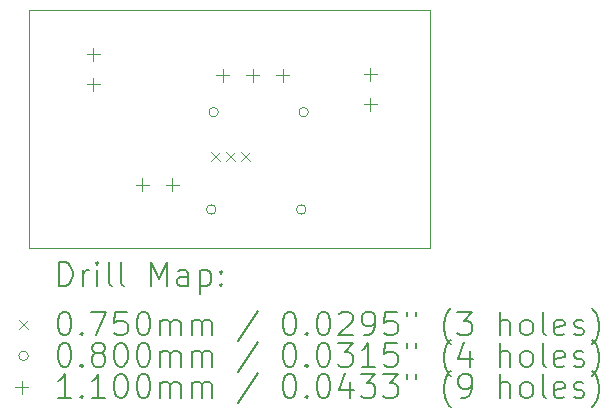
<source format=gbr>
%TF.GenerationSoftware,KiCad,Pcbnew,7.0.8+1*%
%TF.CreationDate,2024-02-21T23:20:11+01:00*%
%TF.ProjectId,MOS_SWITCH_LOAD,4d4f535f-5357-4495-9443-485f4c4f4144,rev?*%
%TF.SameCoordinates,Original*%
%TF.FileFunction,Drillmap*%
%TF.FilePolarity,Positive*%
%FSLAX45Y45*%
G04 Gerber Fmt 4.5, Leading zero omitted, Abs format (unit mm)*
G04 Created by KiCad (PCBNEW 7.0.8+1) date 2024-02-21 23:20:11*
%MOMM*%
%LPD*%
G01*
G04 APERTURE LIST*
%ADD10C,0.100000*%
%ADD11C,0.200000*%
%ADD12C,0.075000*%
%ADD13C,0.080000*%
%ADD14C,0.110000*%
G04 APERTURE END LIST*
D10*
X8535000Y-4145000D02*
X11930000Y-4145000D01*
X11930000Y-6165000D01*
X8535000Y-6165000D01*
X8535000Y-4145000D01*
D11*
D12*
X10080500Y-5346500D02*
X10155500Y-5421500D01*
X10155500Y-5346500D02*
X10080500Y-5421500D01*
X10207500Y-5346500D02*
X10282500Y-5421500D01*
X10282500Y-5346500D02*
X10207500Y-5421500D01*
X10334500Y-5346500D02*
X10409500Y-5421500D01*
X10409500Y-5346500D02*
X10334500Y-5421500D01*
D13*
X10119000Y-5835000D02*
G75*
G03*
X10119000Y-5835000I-40000J0D01*
G01*
X10139000Y-5010000D02*
G75*
G03*
X10139000Y-5010000I-40000J0D01*
G01*
X10881000Y-5835000D02*
G75*
G03*
X10881000Y-5835000I-40000J0D01*
G01*
X10901000Y-5010000D02*
G75*
G03*
X10901000Y-5010000I-40000J0D01*
G01*
D14*
X9080000Y-4466000D02*
X9080000Y-4576000D01*
X9025000Y-4521000D02*
X9135000Y-4521000D01*
X9080000Y-4720000D02*
X9080000Y-4830000D01*
X9025000Y-4775000D02*
X9135000Y-4775000D01*
X9493000Y-5570000D02*
X9493000Y-5680000D01*
X9438000Y-5625000D02*
X9548000Y-5625000D01*
X9747000Y-5570000D02*
X9747000Y-5680000D01*
X9692000Y-5625000D02*
X9802000Y-5625000D01*
X10175000Y-4645000D02*
X10175000Y-4755000D01*
X10120000Y-4700000D02*
X10230000Y-4700000D01*
X10429000Y-4645000D02*
X10429000Y-4755000D01*
X10374000Y-4700000D02*
X10484000Y-4700000D01*
X10683000Y-4645000D02*
X10683000Y-4755000D01*
X10628000Y-4700000D02*
X10738000Y-4700000D01*
X11425000Y-4636000D02*
X11425000Y-4746000D01*
X11370000Y-4691000D02*
X11480000Y-4691000D01*
X11425000Y-4890000D02*
X11425000Y-5000000D01*
X11370000Y-4945000D02*
X11480000Y-4945000D01*
D11*
X8790777Y-6481484D02*
X8790777Y-6281484D01*
X8790777Y-6281484D02*
X8838396Y-6281484D01*
X8838396Y-6281484D02*
X8866967Y-6291008D01*
X8866967Y-6291008D02*
X8886015Y-6310055D01*
X8886015Y-6310055D02*
X8895539Y-6329103D01*
X8895539Y-6329103D02*
X8905063Y-6367198D01*
X8905063Y-6367198D02*
X8905063Y-6395769D01*
X8905063Y-6395769D02*
X8895539Y-6433865D01*
X8895539Y-6433865D02*
X8886015Y-6452912D01*
X8886015Y-6452912D02*
X8866967Y-6471960D01*
X8866967Y-6471960D02*
X8838396Y-6481484D01*
X8838396Y-6481484D02*
X8790777Y-6481484D01*
X8990777Y-6481484D02*
X8990777Y-6348150D01*
X8990777Y-6386246D02*
X9000301Y-6367198D01*
X9000301Y-6367198D02*
X9009824Y-6357674D01*
X9009824Y-6357674D02*
X9028872Y-6348150D01*
X9028872Y-6348150D02*
X9047920Y-6348150D01*
X9114586Y-6481484D02*
X9114586Y-6348150D01*
X9114586Y-6281484D02*
X9105063Y-6291008D01*
X9105063Y-6291008D02*
X9114586Y-6300531D01*
X9114586Y-6300531D02*
X9124110Y-6291008D01*
X9124110Y-6291008D02*
X9114586Y-6281484D01*
X9114586Y-6281484D02*
X9114586Y-6300531D01*
X9238396Y-6481484D02*
X9219348Y-6471960D01*
X9219348Y-6471960D02*
X9209824Y-6452912D01*
X9209824Y-6452912D02*
X9209824Y-6281484D01*
X9343158Y-6481484D02*
X9324110Y-6471960D01*
X9324110Y-6471960D02*
X9314586Y-6452912D01*
X9314586Y-6452912D02*
X9314586Y-6281484D01*
X9571729Y-6481484D02*
X9571729Y-6281484D01*
X9571729Y-6281484D02*
X9638396Y-6424341D01*
X9638396Y-6424341D02*
X9705063Y-6281484D01*
X9705063Y-6281484D02*
X9705063Y-6481484D01*
X9886015Y-6481484D02*
X9886015Y-6376722D01*
X9886015Y-6376722D02*
X9876491Y-6357674D01*
X9876491Y-6357674D02*
X9857444Y-6348150D01*
X9857444Y-6348150D02*
X9819348Y-6348150D01*
X9819348Y-6348150D02*
X9800301Y-6357674D01*
X9886015Y-6471960D02*
X9866967Y-6481484D01*
X9866967Y-6481484D02*
X9819348Y-6481484D01*
X9819348Y-6481484D02*
X9800301Y-6471960D01*
X9800301Y-6471960D02*
X9790777Y-6452912D01*
X9790777Y-6452912D02*
X9790777Y-6433865D01*
X9790777Y-6433865D02*
X9800301Y-6414817D01*
X9800301Y-6414817D02*
X9819348Y-6405293D01*
X9819348Y-6405293D02*
X9866967Y-6405293D01*
X9866967Y-6405293D02*
X9886015Y-6395769D01*
X9981253Y-6348150D02*
X9981253Y-6548150D01*
X9981253Y-6357674D02*
X10000301Y-6348150D01*
X10000301Y-6348150D02*
X10038396Y-6348150D01*
X10038396Y-6348150D02*
X10057444Y-6357674D01*
X10057444Y-6357674D02*
X10066967Y-6367198D01*
X10066967Y-6367198D02*
X10076491Y-6386246D01*
X10076491Y-6386246D02*
X10076491Y-6443388D01*
X10076491Y-6443388D02*
X10066967Y-6462436D01*
X10066967Y-6462436D02*
X10057444Y-6471960D01*
X10057444Y-6471960D02*
X10038396Y-6481484D01*
X10038396Y-6481484D02*
X10000301Y-6481484D01*
X10000301Y-6481484D02*
X9981253Y-6471960D01*
X10162205Y-6462436D02*
X10171729Y-6471960D01*
X10171729Y-6471960D02*
X10162205Y-6481484D01*
X10162205Y-6481484D02*
X10152682Y-6471960D01*
X10152682Y-6471960D02*
X10162205Y-6462436D01*
X10162205Y-6462436D02*
X10162205Y-6481484D01*
X10162205Y-6357674D02*
X10171729Y-6367198D01*
X10171729Y-6367198D02*
X10162205Y-6376722D01*
X10162205Y-6376722D02*
X10152682Y-6367198D01*
X10152682Y-6367198D02*
X10162205Y-6357674D01*
X10162205Y-6357674D02*
X10162205Y-6376722D01*
D12*
X8455000Y-6772500D02*
X8530000Y-6847500D01*
X8530000Y-6772500D02*
X8455000Y-6847500D01*
D11*
X8828872Y-6701484D02*
X8847920Y-6701484D01*
X8847920Y-6701484D02*
X8866967Y-6711008D01*
X8866967Y-6711008D02*
X8876491Y-6720531D01*
X8876491Y-6720531D02*
X8886015Y-6739579D01*
X8886015Y-6739579D02*
X8895539Y-6777674D01*
X8895539Y-6777674D02*
X8895539Y-6825293D01*
X8895539Y-6825293D02*
X8886015Y-6863388D01*
X8886015Y-6863388D02*
X8876491Y-6882436D01*
X8876491Y-6882436D02*
X8866967Y-6891960D01*
X8866967Y-6891960D02*
X8847920Y-6901484D01*
X8847920Y-6901484D02*
X8828872Y-6901484D01*
X8828872Y-6901484D02*
X8809824Y-6891960D01*
X8809824Y-6891960D02*
X8800301Y-6882436D01*
X8800301Y-6882436D02*
X8790777Y-6863388D01*
X8790777Y-6863388D02*
X8781253Y-6825293D01*
X8781253Y-6825293D02*
X8781253Y-6777674D01*
X8781253Y-6777674D02*
X8790777Y-6739579D01*
X8790777Y-6739579D02*
X8800301Y-6720531D01*
X8800301Y-6720531D02*
X8809824Y-6711008D01*
X8809824Y-6711008D02*
X8828872Y-6701484D01*
X8981253Y-6882436D02*
X8990777Y-6891960D01*
X8990777Y-6891960D02*
X8981253Y-6901484D01*
X8981253Y-6901484D02*
X8971729Y-6891960D01*
X8971729Y-6891960D02*
X8981253Y-6882436D01*
X8981253Y-6882436D02*
X8981253Y-6901484D01*
X9057444Y-6701484D02*
X9190777Y-6701484D01*
X9190777Y-6701484D02*
X9105063Y-6901484D01*
X9362205Y-6701484D02*
X9266967Y-6701484D01*
X9266967Y-6701484D02*
X9257444Y-6796722D01*
X9257444Y-6796722D02*
X9266967Y-6787198D01*
X9266967Y-6787198D02*
X9286015Y-6777674D01*
X9286015Y-6777674D02*
X9333634Y-6777674D01*
X9333634Y-6777674D02*
X9352682Y-6787198D01*
X9352682Y-6787198D02*
X9362205Y-6796722D01*
X9362205Y-6796722D02*
X9371729Y-6815769D01*
X9371729Y-6815769D02*
X9371729Y-6863388D01*
X9371729Y-6863388D02*
X9362205Y-6882436D01*
X9362205Y-6882436D02*
X9352682Y-6891960D01*
X9352682Y-6891960D02*
X9333634Y-6901484D01*
X9333634Y-6901484D02*
X9286015Y-6901484D01*
X9286015Y-6901484D02*
X9266967Y-6891960D01*
X9266967Y-6891960D02*
X9257444Y-6882436D01*
X9495539Y-6701484D02*
X9514586Y-6701484D01*
X9514586Y-6701484D02*
X9533634Y-6711008D01*
X9533634Y-6711008D02*
X9543158Y-6720531D01*
X9543158Y-6720531D02*
X9552682Y-6739579D01*
X9552682Y-6739579D02*
X9562205Y-6777674D01*
X9562205Y-6777674D02*
X9562205Y-6825293D01*
X9562205Y-6825293D02*
X9552682Y-6863388D01*
X9552682Y-6863388D02*
X9543158Y-6882436D01*
X9543158Y-6882436D02*
X9533634Y-6891960D01*
X9533634Y-6891960D02*
X9514586Y-6901484D01*
X9514586Y-6901484D02*
X9495539Y-6901484D01*
X9495539Y-6901484D02*
X9476491Y-6891960D01*
X9476491Y-6891960D02*
X9466967Y-6882436D01*
X9466967Y-6882436D02*
X9457444Y-6863388D01*
X9457444Y-6863388D02*
X9447920Y-6825293D01*
X9447920Y-6825293D02*
X9447920Y-6777674D01*
X9447920Y-6777674D02*
X9457444Y-6739579D01*
X9457444Y-6739579D02*
X9466967Y-6720531D01*
X9466967Y-6720531D02*
X9476491Y-6711008D01*
X9476491Y-6711008D02*
X9495539Y-6701484D01*
X9647920Y-6901484D02*
X9647920Y-6768150D01*
X9647920Y-6787198D02*
X9657444Y-6777674D01*
X9657444Y-6777674D02*
X9676491Y-6768150D01*
X9676491Y-6768150D02*
X9705063Y-6768150D01*
X9705063Y-6768150D02*
X9724110Y-6777674D01*
X9724110Y-6777674D02*
X9733634Y-6796722D01*
X9733634Y-6796722D02*
X9733634Y-6901484D01*
X9733634Y-6796722D02*
X9743158Y-6777674D01*
X9743158Y-6777674D02*
X9762205Y-6768150D01*
X9762205Y-6768150D02*
X9790777Y-6768150D01*
X9790777Y-6768150D02*
X9809825Y-6777674D01*
X9809825Y-6777674D02*
X9819348Y-6796722D01*
X9819348Y-6796722D02*
X9819348Y-6901484D01*
X9914586Y-6901484D02*
X9914586Y-6768150D01*
X9914586Y-6787198D02*
X9924110Y-6777674D01*
X9924110Y-6777674D02*
X9943158Y-6768150D01*
X9943158Y-6768150D02*
X9971729Y-6768150D01*
X9971729Y-6768150D02*
X9990777Y-6777674D01*
X9990777Y-6777674D02*
X10000301Y-6796722D01*
X10000301Y-6796722D02*
X10000301Y-6901484D01*
X10000301Y-6796722D02*
X10009825Y-6777674D01*
X10009825Y-6777674D02*
X10028872Y-6768150D01*
X10028872Y-6768150D02*
X10057444Y-6768150D01*
X10057444Y-6768150D02*
X10076491Y-6777674D01*
X10076491Y-6777674D02*
X10086015Y-6796722D01*
X10086015Y-6796722D02*
X10086015Y-6901484D01*
X10476491Y-6691960D02*
X10305063Y-6949103D01*
X10733634Y-6701484D02*
X10752682Y-6701484D01*
X10752682Y-6701484D02*
X10771729Y-6711008D01*
X10771729Y-6711008D02*
X10781253Y-6720531D01*
X10781253Y-6720531D02*
X10790777Y-6739579D01*
X10790777Y-6739579D02*
X10800301Y-6777674D01*
X10800301Y-6777674D02*
X10800301Y-6825293D01*
X10800301Y-6825293D02*
X10790777Y-6863388D01*
X10790777Y-6863388D02*
X10781253Y-6882436D01*
X10781253Y-6882436D02*
X10771729Y-6891960D01*
X10771729Y-6891960D02*
X10752682Y-6901484D01*
X10752682Y-6901484D02*
X10733634Y-6901484D01*
X10733634Y-6901484D02*
X10714587Y-6891960D01*
X10714587Y-6891960D02*
X10705063Y-6882436D01*
X10705063Y-6882436D02*
X10695539Y-6863388D01*
X10695539Y-6863388D02*
X10686015Y-6825293D01*
X10686015Y-6825293D02*
X10686015Y-6777674D01*
X10686015Y-6777674D02*
X10695539Y-6739579D01*
X10695539Y-6739579D02*
X10705063Y-6720531D01*
X10705063Y-6720531D02*
X10714587Y-6711008D01*
X10714587Y-6711008D02*
X10733634Y-6701484D01*
X10886015Y-6882436D02*
X10895539Y-6891960D01*
X10895539Y-6891960D02*
X10886015Y-6901484D01*
X10886015Y-6901484D02*
X10876491Y-6891960D01*
X10876491Y-6891960D02*
X10886015Y-6882436D01*
X10886015Y-6882436D02*
X10886015Y-6901484D01*
X11019348Y-6701484D02*
X11038396Y-6701484D01*
X11038396Y-6701484D02*
X11057444Y-6711008D01*
X11057444Y-6711008D02*
X11066968Y-6720531D01*
X11066968Y-6720531D02*
X11076491Y-6739579D01*
X11076491Y-6739579D02*
X11086015Y-6777674D01*
X11086015Y-6777674D02*
X11086015Y-6825293D01*
X11086015Y-6825293D02*
X11076491Y-6863388D01*
X11076491Y-6863388D02*
X11066968Y-6882436D01*
X11066968Y-6882436D02*
X11057444Y-6891960D01*
X11057444Y-6891960D02*
X11038396Y-6901484D01*
X11038396Y-6901484D02*
X11019348Y-6901484D01*
X11019348Y-6901484D02*
X11000301Y-6891960D01*
X11000301Y-6891960D02*
X10990777Y-6882436D01*
X10990777Y-6882436D02*
X10981253Y-6863388D01*
X10981253Y-6863388D02*
X10971729Y-6825293D01*
X10971729Y-6825293D02*
X10971729Y-6777674D01*
X10971729Y-6777674D02*
X10981253Y-6739579D01*
X10981253Y-6739579D02*
X10990777Y-6720531D01*
X10990777Y-6720531D02*
X11000301Y-6711008D01*
X11000301Y-6711008D02*
X11019348Y-6701484D01*
X11162206Y-6720531D02*
X11171729Y-6711008D01*
X11171729Y-6711008D02*
X11190777Y-6701484D01*
X11190777Y-6701484D02*
X11238396Y-6701484D01*
X11238396Y-6701484D02*
X11257444Y-6711008D01*
X11257444Y-6711008D02*
X11266967Y-6720531D01*
X11266967Y-6720531D02*
X11276491Y-6739579D01*
X11276491Y-6739579D02*
X11276491Y-6758627D01*
X11276491Y-6758627D02*
X11266967Y-6787198D01*
X11266967Y-6787198D02*
X11152682Y-6901484D01*
X11152682Y-6901484D02*
X11276491Y-6901484D01*
X11371729Y-6901484D02*
X11409825Y-6901484D01*
X11409825Y-6901484D02*
X11428872Y-6891960D01*
X11428872Y-6891960D02*
X11438396Y-6882436D01*
X11438396Y-6882436D02*
X11457444Y-6853865D01*
X11457444Y-6853865D02*
X11466967Y-6815769D01*
X11466967Y-6815769D02*
X11466967Y-6739579D01*
X11466967Y-6739579D02*
X11457444Y-6720531D01*
X11457444Y-6720531D02*
X11447920Y-6711008D01*
X11447920Y-6711008D02*
X11428872Y-6701484D01*
X11428872Y-6701484D02*
X11390777Y-6701484D01*
X11390777Y-6701484D02*
X11371729Y-6711008D01*
X11371729Y-6711008D02*
X11362206Y-6720531D01*
X11362206Y-6720531D02*
X11352682Y-6739579D01*
X11352682Y-6739579D02*
X11352682Y-6787198D01*
X11352682Y-6787198D02*
X11362206Y-6806246D01*
X11362206Y-6806246D02*
X11371729Y-6815769D01*
X11371729Y-6815769D02*
X11390777Y-6825293D01*
X11390777Y-6825293D02*
X11428872Y-6825293D01*
X11428872Y-6825293D02*
X11447920Y-6815769D01*
X11447920Y-6815769D02*
X11457444Y-6806246D01*
X11457444Y-6806246D02*
X11466967Y-6787198D01*
X11647920Y-6701484D02*
X11552682Y-6701484D01*
X11552682Y-6701484D02*
X11543158Y-6796722D01*
X11543158Y-6796722D02*
X11552682Y-6787198D01*
X11552682Y-6787198D02*
X11571729Y-6777674D01*
X11571729Y-6777674D02*
X11619348Y-6777674D01*
X11619348Y-6777674D02*
X11638396Y-6787198D01*
X11638396Y-6787198D02*
X11647920Y-6796722D01*
X11647920Y-6796722D02*
X11657444Y-6815769D01*
X11657444Y-6815769D02*
X11657444Y-6863388D01*
X11657444Y-6863388D02*
X11647920Y-6882436D01*
X11647920Y-6882436D02*
X11638396Y-6891960D01*
X11638396Y-6891960D02*
X11619348Y-6901484D01*
X11619348Y-6901484D02*
X11571729Y-6901484D01*
X11571729Y-6901484D02*
X11552682Y-6891960D01*
X11552682Y-6891960D02*
X11543158Y-6882436D01*
X11733634Y-6701484D02*
X11733634Y-6739579D01*
X11809825Y-6701484D02*
X11809825Y-6739579D01*
X12105063Y-6977674D02*
X12095539Y-6968150D01*
X12095539Y-6968150D02*
X12076491Y-6939579D01*
X12076491Y-6939579D02*
X12066968Y-6920531D01*
X12066968Y-6920531D02*
X12057444Y-6891960D01*
X12057444Y-6891960D02*
X12047920Y-6844341D01*
X12047920Y-6844341D02*
X12047920Y-6806246D01*
X12047920Y-6806246D02*
X12057444Y-6758627D01*
X12057444Y-6758627D02*
X12066968Y-6730055D01*
X12066968Y-6730055D02*
X12076491Y-6711008D01*
X12076491Y-6711008D02*
X12095539Y-6682436D01*
X12095539Y-6682436D02*
X12105063Y-6672912D01*
X12162206Y-6701484D02*
X12286015Y-6701484D01*
X12286015Y-6701484D02*
X12219348Y-6777674D01*
X12219348Y-6777674D02*
X12247920Y-6777674D01*
X12247920Y-6777674D02*
X12266968Y-6787198D01*
X12266968Y-6787198D02*
X12276491Y-6796722D01*
X12276491Y-6796722D02*
X12286015Y-6815769D01*
X12286015Y-6815769D02*
X12286015Y-6863388D01*
X12286015Y-6863388D02*
X12276491Y-6882436D01*
X12276491Y-6882436D02*
X12266968Y-6891960D01*
X12266968Y-6891960D02*
X12247920Y-6901484D01*
X12247920Y-6901484D02*
X12190777Y-6901484D01*
X12190777Y-6901484D02*
X12171729Y-6891960D01*
X12171729Y-6891960D02*
X12162206Y-6882436D01*
X12524110Y-6901484D02*
X12524110Y-6701484D01*
X12609825Y-6901484D02*
X12609825Y-6796722D01*
X12609825Y-6796722D02*
X12600301Y-6777674D01*
X12600301Y-6777674D02*
X12581253Y-6768150D01*
X12581253Y-6768150D02*
X12552682Y-6768150D01*
X12552682Y-6768150D02*
X12533634Y-6777674D01*
X12533634Y-6777674D02*
X12524110Y-6787198D01*
X12733634Y-6901484D02*
X12714587Y-6891960D01*
X12714587Y-6891960D02*
X12705063Y-6882436D01*
X12705063Y-6882436D02*
X12695539Y-6863388D01*
X12695539Y-6863388D02*
X12695539Y-6806246D01*
X12695539Y-6806246D02*
X12705063Y-6787198D01*
X12705063Y-6787198D02*
X12714587Y-6777674D01*
X12714587Y-6777674D02*
X12733634Y-6768150D01*
X12733634Y-6768150D02*
X12762206Y-6768150D01*
X12762206Y-6768150D02*
X12781253Y-6777674D01*
X12781253Y-6777674D02*
X12790777Y-6787198D01*
X12790777Y-6787198D02*
X12800301Y-6806246D01*
X12800301Y-6806246D02*
X12800301Y-6863388D01*
X12800301Y-6863388D02*
X12790777Y-6882436D01*
X12790777Y-6882436D02*
X12781253Y-6891960D01*
X12781253Y-6891960D02*
X12762206Y-6901484D01*
X12762206Y-6901484D02*
X12733634Y-6901484D01*
X12914587Y-6901484D02*
X12895539Y-6891960D01*
X12895539Y-6891960D02*
X12886015Y-6872912D01*
X12886015Y-6872912D02*
X12886015Y-6701484D01*
X13066968Y-6891960D02*
X13047920Y-6901484D01*
X13047920Y-6901484D02*
X13009825Y-6901484D01*
X13009825Y-6901484D02*
X12990777Y-6891960D01*
X12990777Y-6891960D02*
X12981253Y-6872912D01*
X12981253Y-6872912D02*
X12981253Y-6796722D01*
X12981253Y-6796722D02*
X12990777Y-6777674D01*
X12990777Y-6777674D02*
X13009825Y-6768150D01*
X13009825Y-6768150D02*
X13047920Y-6768150D01*
X13047920Y-6768150D02*
X13066968Y-6777674D01*
X13066968Y-6777674D02*
X13076491Y-6796722D01*
X13076491Y-6796722D02*
X13076491Y-6815769D01*
X13076491Y-6815769D02*
X12981253Y-6834817D01*
X13152682Y-6891960D02*
X13171730Y-6901484D01*
X13171730Y-6901484D02*
X13209825Y-6901484D01*
X13209825Y-6901484D02*
X13228872Y-6891960D01*
X13228872Y-6891960D02*
X13238396Y-6872912D01*
X13238396Y-6872912D02*
X13238396Y-6863388D01*
X13238396Y-6863388D02*
X13228872Y-6844341D01*
X13228872Y-6844341D02*
X13209825Y-6834817D01*
X13209825Y-6834817D02*
X13181253Y-6834817D01*
X13181253Y-6834817D02*
X13162206Y-6825293D01*
X13162206Y-6825293D02*
X13152682Y-6806246D01*
X13152682Y-6806246D02*
X13152682Y-6796722D01*
X13152682Y-6796722D02*
X13162206Y-6777674D01*
X13162206Y-6777674D02*
X13181253Y-6768150D01*
X13181253Y-6768150D02*
X13209825Y-6768150D01*
X13209825Y-6768150D02*
X13228872Y-6777674D01*
X13305063Y-6977674D02*
X13314587Y-6968150D01*
X13314587Y-6968150D02*
X13333634Y-6939579D01*
X13333634Y-6939579D02*
X13343158Y-6920531D01*
X13343158Y-6920531D02*
X13352682Y-6891960D01*
X13352682Y-6891960D02*
X13362206Y-6844341D01*
X13362206Y-6844341D02*
X13362206Y-6806246D01*
X13362206Y-6806246D02*
X13352682Y-6758627D01*
X13352682Y-6758627D02*
X13343158Y-6730055D01*
X13343158Y-6730055D02*
X13333634Y-6711008D01*
X13333634Y-6711008D02*
X13314587Y-6682436D01*
X13314587Y-6682436D02*
X13305063Y-6672912D01*
D13*
X8530000Y-7074000D02*
G75*
G03*
X8530000Y-7074000I-40000J0D01*
G01*
D11*
X8828872Y-6965484D02*
X8847920Y-6965484D01*
X8847920Y-6965484D02*
X8866967Y-6975008D01*
X8866967Y-6975008D02*
X8876491Y-6984531D01*
X8876491Y-6984531D02*
X8886015Y-7003579D01*
X8886015Y-7003579D02*
X8895539Y-7041674D01*
X8895539Y-7041674D02*
X8895539Y-7089293D01*
X8895539Y-7089293D02*
X8886015Y-7127388D01*
X8886015Y-7127388D02*
X8876491Y-7146436D01*
X8876491Y-7146436D02*
X8866967Y-7155960D01*
X8866967Y-7155960D02*
X8847920Y-7165484D01*
X8847920Y-7165484D02*
X8828872Y-7165484D01*
X8828872Y-7165484D02*
X8809824Y-7155960D01*
X8809824Y-7155960D02*
X8800301Y-7146436D01*
X8800301Y-7146436D02*
X8790777Y-7127388D01*
X8790777Y-7127388D02*
X8781253Y-7089293D01*
X8781253Y-7089293D02*
X8781253Y-7041674D01*
X8781253Y-7041674D02*
X8790777Y-7003579D01*
X8790777Y-7003579D02*
X8800301Y-6984531D01*
X8800301Y-6984531D02*
X8809824Y-6975008D01*
X8809824Y-6975008D02*
X8828872Y-6965484D01*
X8981253Y-7146436D02*
X8990777Y-7155960D01*
X8990777Y-7155960D02*
X8981253Y-7165484D01*
X8981253Y-7165484D02*
X8971729Y-7155960D01*
X8971729Y-7155960D02*
X8981253Y-7146436D01*
X8981253Y-7146436D02*
X8981253Y-7165484D01*
X9105063Y-7051198D02*
X9086015Y-7041674D01*
X9086015Y-7041674D02*
X9076491Y-7032150D01*
X9076491Y-7032150D02*
X9066967Y-7013103D01*
X9066967Y-7013103D02*
X9066967Y-7003579D01*
X9066967Y-7003579D02*
X9076491Y-6984531D01*
X9076491Y-6984531D02*
X9086015Y-6975008D01*
X9086015Y-6975008D02*
X9105063Y-6965484D01*
X9105063Y-6965484D02*
X9143158Y-6965484D01*
X9143158Y-6965484D02*
X9162205Y-6975008D01*
X9162205Y-6975008D02*
X9171729Y-6984531D01*
X9171729Y-6984531D02*
X9181253Y-7003579D01*
X9181253Y-7003579D02*
X9181253Y-7013103D01*
X9181253Y-7013103D02*
X9171729Y-7032150D01*
X9171729Y-7032150D02*
X9162205Y-7041674D01*
X9162205Y-7041674D02*
X9143158Y-7051198D01*
X9143158Y-7051198D02*
X9105063Y-7051198D01*
X9105063Y-7051198D02*
X9086015Y-7060722D01*
X9086015Y-7060722D02*
X9076491Y-7070246D01*
X9076491Y-7070246D02*
X9066967Y-7089293D01*
X9066967Y-7089293D02*
X9066967Y-7127388D01*
X9066967Y-7127388D02*
X9076491Y-7146436D01*
X9076491Y-7146436D02*
X9086015Y-7155960D01*
X9086015Y-7155960D02*
X9105063Y-7165484D01*
X9105063Y-7165484D02*
X9143158Y-7165484D01*
X9143158Y-7165484D02*
X9162205Y-7155960D01*
X9162205Y-7155960D02*
X9171729Y-7146436D01*
X9171729Y-7146436D02*
X9181253Y-7127388D01*
X9181253Y-7127388D02*
X9181253Y-7089293D01*
X9181253Y-7089293D02*
X9171729Y-7070246D01*
X9171729Y-7070246D02*
X9162205Y-7060722D01*
X9162205Y-7060722D02*
X9143158Y-7051198D01*
X9305063Y-6965484D02*
X9324110Y-6965484D01*
X9324110Y-6965484D02*
X9343158Y-6975008D01*
X9343158Y-6975008D02*
X9352682Y-6984531D01*
X9352682Y-6984531D02*
X9362205Y-7003579D01*
X9362205Y-7003579D02*
X9371729Y-7041674D01*
X9371729Y-7041674D02*
X9371729Y-7089293D01*
X9371729Y-7089293D02*
X9362205Y-7127388D01*
X9362205Y-7127388D02*
X9352682Y-7146436D01*
X9352682Y-7146436D02*
X9343158Y-7155960D01*
X9343158Y-7155960D02*
X9324110Y-7165484D01*
X9324110Y-7165484D02*
X9305063Y-7165484D01*
X9305063Y-7165484D02*
X9286015Y-7155960D01*
X9286015Y-7155960D02*
X9276491Y-7146436D01*
X9276491Y-7146436D02*
X9266967Y-7127388D01*
X9266967Y-7127388D02*
X9257444Y-7089293D01*
X9257444Y-7089293D02*
X9257444Y-7041674D01*
X9257444Y-7041674D02*
X9266967Y-7003579D01*
X9266967Y-7003579D02*
X9276491Y-6984531D01*
X9276491Y-6984531D02*
X9286015Y-6975008D01*
X9286015Y-6975008D02*
X9305063Y-6965484D01*
X9495539Y-6965484D02*
X9514586Y-6965484D01*
X9514586Y-6965484D02*
X9533634Y-6975008D01*
X9533634Y-6975008D02*
X9543158Y-6984531D01*
X9543158Y-6984531D02*
X9552682Y-7003579D01*
X9552682Y-7003579D02*
X9562205Y-7041674D01*
X9562205Y-7041674D02*
X9562205Y-7089293D01*
X9562205Y-7089293D02*
X9552682Y-7127388D01*
X9552682Y-7127388D02*
X9543158Y-7146436D01*
X9543158Y-7146436D02*
X9533634Y-7155960D01*
X9533634Y-7155960D02*
X9514586Y-7165484D01*
X9514586Y-7165484D02*
X9495539Y-7165484D01*
X9495539Y-7165484D02*
X9476491Y-7155960D01*
X9476491Y-7155960D02*
X9466967Y-7146436D01*
X9466967Y-7146436D02*
X9457444Y-7127388D01*
X9457444Y-7127388D02*
X9447920Y-7089293D01*
X9447920Y-7089293D02*
X9447920Y-7041674D01*
X9447920Y-7041674D02*
X9457444Y-7003579D01*
X9457444Y-7003579D02*
X9466967Y-6984531D01*
X9466967Y-6984531D02*
X9476491Y-6975008D01*
X9476491Y-6975008D02*
X9495539Y-6965484D01*
X9647920Y-7165484D02*
X9647920Y-7032150D01*
X9647920Y-7051198D02*
X9657444Y-7041674D01*
X9657444Y-7041674D02*
X9676491Y-7032150D01*
X9676491Y-7032150D02*
X9705063Y-7032150D01*
X9705063Y-7032150D02*
X9724110Y-7041674D01*
X9724110Y-7041674D02*
X9733634Y-7060722D01*
X9733634Y-7060722D02*
X9733634Y-7165484D01*
X9733634Y-7060722D02*
X9743158Y-7041674D01*
X9743158Y-7041674D02*
X9762205Y-7032150D01*
X9762205Y-7032150D02*
X9790777Y-7032150D01*
X9790777Y-7032150D02*
X9809825Y-7041674D01*
X9809825Y-7041674D02*
X9819348Y-7060722D01*
X9819348Y-7060722D02*
X9819348Y-7165484D01*
X9914586Y-7165484D02*
X9914586Y-7032150D01*
X9914586Y-7051198D02*
X9924110Y-7041674D01*
X9924110Y-7041674D02*
X9943158Y-7032150D01*
X9943158Y-7032150D02*
X9971729Y-7032150D01*
X9971729Y-7032150D02*
X9990777Y-7041674D01*
X9990777Y-7041674D02*
X10000301Y-7060722D01*
X10000301Y-7060722D02*
X10000301Y-7165484D01*
X10000301Y-7060722D02*
X10009825Y-7041674D01*
X10009825Y-7041674D02*
X10028872Y-7032150D01*
X10028872Y-7032150D02*
X10057444Y-7032150D01*
X10057444Y-7032150D02*
X10076491Y-7041674D01*
X10076491Y-7041674D02*
X10086015Y-7060722D01*
X10086015Y-7060722D02*
X10086015Y-7165484D01*
X10476491Y-6955960D02*
X10305063Y-7213103D01*
X10733634Y-6965484D02*
X10752682Y-6965484D01*
X10752682Y-6965484D02*
X10771729Y-6975008D01*
X10771729Y-6975008D02*
X10781253Y-6984531D01*
X10781253Y-6984531D02*
X10790777Y-7003579D01*
X10790777Y-7003579D02*
X10800301Y-7041674D01*
X10800301Y-7041674D02*
X10800301Y-7089293D01*
X10800301Y-7089293D02*
X10790777Y-7127388D01*
X10790777Y-7127388D02*
X10781253Y-7146436D01*
X10781253Y-7146436D02*
X10771729Y-7155960D01*
X10771729Y-7155960D02*
X10752682Y-7165484D01*
X10752682Y-7165484D02*
X10733634Y-7165484D01*
X10733634Y-7165484D02*
X10714587Y-7155960D01*
X10714587Y-7155960D02*
X10705063Y-7146436D01*
X10705063Y-7146436D02*
X10695539Y-7127388D01*
X10695539Y-7127388D02*
X10686015Y-7089293D01*
X10686015Y-7089293D02*
X10686015Y-7041674D01*
X10686015Y-7041674D02*
X10695539Y-7003579D01*
X10695539Y-7003579D02*
X10705063Y-6984531D01*
X10705063Y-6984531D02*
X10714587Y-6975008D01*
X10714587Y-6975008D02*
X10733634Y-6965484D01*
X10886015Y-7146436D02*
X10895539Y-7155960D01*
X10895539Y-7155960D02*
X10886015Y-7165484D01*
X10886015Y-7165484D02*
X10876491Y-7155960D01*
X10876491Y-7155960D02*
X10886015Y-7146436D01*
X10886015Y-7146436D02*
X10886015Y-7165484D01*
X11019348Y-6965484D02*
X11038396Y-6965484D01*
X11038396Y-6965484D02*
X11057444Y-6975008D01*
X11057444Y-6975008D02*
X11066968Y-6984531D01*
X11066968Y-6984531D02*
X11076491Y-7003579D01*
X11076491Y-7003579D02*
X11086015Y-7041674D01*
X11086015Y-7041674D02*
X11086015Y-7089293D01*
X11086015Y-7089293D02*
X11076491Y-7127388D01*
X11076491Y-7127388D02*
X11066968Y-7146436D01*
X11066968Y-7146436D02*
X11057444Y-7155960D01*
X11057444Y-7155960D02*
X11038396Y-7165484D01*
X11038396Y-7165484D02*
X11019348Y-7165484D01*
X11019348Y-7165484D02*
X11000301Y-7155960D01*
X11000301Y-7155960D02*
X10990777Y-7146436D01*
X10990777Y-7146436D02*
X10981253Y-7127388D01*
X10981253Y-7127388D02*
X10971729Y-7089293D01*
X10971729Y-7089293D02*
X10971729Y-7041674D01*
X10971729Y-7041674D02*
X10981253Y-7003579D01*
X10981253Y-7003579D02*
X10990777Y-6984531D01*
X10990777Y-6984531D02*
X11000301Y-6975008D01*
X11000301Y-6975008D02*
X11019348Y-6965484D01*
X11152682Y-6965484D02*
X11276491Y-6965484D01*
X11276491Y-6965484D02*
X11209825Y-7041674D01*
X11209825Y-7041674D02*
X11238396Y-7041674D01*
X11238396Y-7041674D02*
X11257444Y-7051198D01*
X11257444Y-7051198D02*
X11266967Y-7060722D01*
X11266967Y-7060722D02*
X11276491Y-7079769D01*
X11276491Y-7079769D02*
X11276491Y-7127388D01*
X11276491Y-7127388D02*
X11266967Y-7146436D01*
X11266967Y-7146436D02*
X11257444Y-7155960D01*
X11257444Y-7155960D02*
X11238396Y-7165484D01*
X11238396Y-7165484D02*
X11181253Y-7165484D01*
X11181253Y-7165484D02*
X11162206Y-7155960D01*
X11162206Y-7155960D02*
X11152682Y-7146436D01*
X11466967Y-7165484D02*
X11352682Y-7165484D01*
X11409825Y-7165484D02*
X11409825Y-6965484D01*
X11409825Y-6965484D02*
X11390777Y-6994055D01*
X11390777Y-6994055D02*
X11371729Y-7013103D01*
X11371729Y-7013103D02*
X11352682Y-7022627D01*
X11647920Y-6965484D02*
X11552682Y-6965484D01*
X11552682Y-6965484D02*
X11543158Y-7060722D01*
X11543158Y-7060722D02*
X11552682Y-7051198D01*
X11552682Y-7051198D02*
X11571729Y-7041674D01*
X11571729Y-7041674D02*
X11619348Y-7041674D01*
X11619348Y-7041674D02*
X11638396Y-7051198D01*
X11638396Y-7051198D02*
X11647920Y-7060722D01*
X11647920Y-7060722D02*
X11657444Y-7079769D01*
X11657444Y-7079769D02*
X11657444Y-7127388D01*
X11657444Y-7127388D02*
X11647920Y-7146436D01*
X11647920Y-7146436D02*
X11638396Y-7155960D01*
X11638396Y-7155960D02*
X11619348Y-7165484D01*
X11619348Y-7165484D02*
X11571729Y-7165484D01*
X11571729Y-7165484D02*
X11552682Y-7155960D01*
X11552682Y-7155960D02*
X11543158Y-7146436D01*
X11733634Y-6965484D02*
X11733634Y-7003579D01*
X11809825Y-6965484D02*
X11809825Y-7003579D01*
X12105063Y-7241674D02*
X12095539Y-7232150D01*
X12095539Y-7232150D02*
X12076491Y-7203579D01*
X12076491Y-7203579D02*
X12066968Y-7184531D01*
X12066968Y-7184531D02*
X12057444Y-7155960D01*
X12057444Y-7155960D02*
X12047920Y-7108341D01*
X12047920Y-7108341D02*
X12047920Y-7070246D01*
X12047920Y-7070246D02*
X12057444Y-7022627D01*
X12057444Y-7022627D02*
X12066968Y-6994055D01*
X12066968Y-6994055D02*
X12076491Y-6975008D01*
X12076491Y-6975008D02*
X12095539Y-6946436D01*
X12095539Y-6946436D02*
X12105063Y-6936912D01*
X12266968Y-7032150D02*
X12266968Y-7165484D01*
X12219348Y-6955960D02*
X12171729Y-7098817D01*
X12171729Y-7098817D02*
X12295539Y-7098817D01*
X12524110Y-7165484D02*
X12524110Y-6965484D01*
X12609825Y-7165484D02*
X12609825Y-7060722D01*
X12609825Y-7060722D02*
X12600301Y-7041674D01*
X12600301Y-7041674D02*
X12581253Y-7032150D01*
X12581253Y-7032150D02*
X12552682Y-7032150D01*
X12552682Y-7032150D02*
X12533634Y-7041674D01*
X12533634Y-7041674D02*
X12524110Y-7051198D01*
X12733634Y-7165484D02*
X12714587Y-7155960D01*
X12714587Y-7155960D02*
X12705063Y-7146436D01*
X12705063Y-7146436D02*
X12695539Y-7127388D01*
X12695539Y-7127388D02*
X12695539Y-7070246D01*
X12695539Y-7070246D02*
X12705063Y-7051198D01*
X12705063Y-7051198D02*
X12714587Y-7041674D01*
X12714587Y-7041674D02*
X12733634Y-7032150D01*
X12733634Y-7032150D02*
X12762206Y-7032150D01*
X12762206Y-7032150D02*
X12781253Y-7041674D01*
X12781253Y-7041674D02*
X12790777Y-7051198D01*
X12790777Y-7051198D02*
X12800301Y-7070246D01*
X12800301Y-7070246D02*
X12800301Y-7127388D01*
X12800301Y-7127388D02*
X12790777Y-7146436D01*
X12790777Y-7146436D02*
X12781253Y-7155960D01*
X12781253Y-7155960D02*
X12762206Y-7165484D01*
X12762206Y-7165484D02*
X12733634Y-7165484D01*
X12914587Y-7165484D02*
X12895539Y-7155960D01*
X12895539Y-7155960D02*
X12886015Y-7136912D01*
X12886015Y-7136912D02*
X12886015Y-6965484D01*
X13066968Y-7155960D02*
X13047920Y-7165484D01*
X13047920Y-7165484D02*
X13009825Y-7165484D01*
X13009825Y-7165484D02*
X12990777Y-7155960D01*
X12990777Y-7155960D02*
X12981253Y-7136912D01*
X12981253Y-7136912D02*
X12981253Y-7060722D01*
X12981253Y-7060722D02*
X12990777Y-7041674D01*
X12990777Y-7041674D02*
X13009825Y-7032150D01*
X13009825Y-7032150D02*
X13047920Y-7032150D01*
X13047920Y-7032150D02*
X13066968Y-7041674D01*
X13066968Y-7041674D02*
X13076491Y-7060722D01*
X13076491Y-7060722D02*
X13076491Y-7079769D01*
X13076491Y-7079769D02*
X12981253Y-7098817D01*
X13152682Y-7155960D02*
X13171730Y-7165484D01*
X13171730Y-7165484D02*
X13209825Y-7165484D01*
X13209825Y-7165484D02*
X13228872Y-7155960D01*
X13228872Y-7155960D02*
X13238396Y-7136912D01*
X13238396Y-7136912D02*
X13238396Y-7127388D01*
X13238396Y-7127388D02*
X13228872Y-7108341D01*
X13228872Y-7108341D02*
X13209825Y-7098817D01*
X13209825Y-7098817D02*
X13181253Y-7098817D01*
X13181253Y-7098817D02*
X13162206Y-7089293D01*
X13162206Y-7089293D02*
X13152682Y-7070246D01*
X13152682Y-7070246D02*
X13152682Y-7060722D01*
X13152682Y-7060722D02*
X13162206Y-7041674D01*
X13162206Y-7041674D02*
X13181253Y-7032150D01*
X13181253Y-7032150D02*
X13209825Y-7032150D01*
X13209825Y-7032150D02*
X13228872Y-7041674D01*
X13305063Y-7241674D02*
X13314587Y-7232150D01*
X13314587Y-7232150D02*
X13333634Y-7203579D01*
X13333634Y-7203579D02*
X13343158Y-7184531D01*
X13343158Y-7184531D02*
X13352682Y-7155960D01*
X13352682Y-7155960D02*
X13362206Y-7108341D01*
X13362206Y-7108341D02*
X13362206Y-7070246D01*
X13362206Y-7070246D02*
X13352682Y-7022627D01*
X13352682Y-7022627D02*
X13343158Y-6994055D01*
X13343158Y-6994055D02*
X13333634Y-6975008D01*
X13333634Y-6975008D02*
X13314587Y-6946436D01*
X13314587Y-6946436D02*
X13305063Y-6936912D01*
D14*
X8475000Y-7283000D02*
X8475000Y-7393000D01*
X8420000Y-7338000D02*
X8530000Y-7338000D01*
D11*
X8895539Y-7429484D02*
X8781253Y-7429484D01*
X8838396Y-7429484D02*
X8838396Y-7229484D01*
X8838396Y-7229484D02*
X8819348Y-7258055D01*
X8819348Y-7258055D02*
X8800301Y-7277103D01*
X8800301Y-7277103D02*
X8781253Y-7286627D01*
X8981253Y-7410436D02*
X8990777Y-7419960D01*
X8990777Y-7419960D02*
X8981253Y-7429484D01*
X8981253Y-7429484D02*
X8971729Y-7419960D01*
X8971729Y-7419960D02*
X8981253Y-7410436D01*
X8981253Y-7410436D02*
X8981253Y-7429484D01*
X9181253Y-7429484D02*
X9066967Y-7429484D01*
X9124110Y-7429484D02*
X9124110Y-7229484D01*
X9124110Y-7229484D02*
X9105063Y-7258055D01*
X9105063Y-7258055D02*
X9086015Y-7277103D01*
X9086015Y-7277103D02*
X9066967Y-7286627D01*
X9305063Y-7229484D02*
X9324110Y-7229484D01*
X9324110Y-7229484D02*
X9343158Y-7239008D01*
X9343158Y-7239008D02*
X9352682Y-7248531D01*
X9352682Y-7248531D02*
X9362205Y-7267579D01*
X9362205Y-7267579D02*
X9371729Y-7305674D01*
X9371729Y-7305674D02*
X9371729Y-7353293D01*
X9371729Y-7353293D02*
X9362205Y-7391388D01*
X9362205Y-7391388D02*
X9352682Y-7410436D01*
X9352682Y-7410436D02*
X9343158Y-7419960D01*
X9343158Y-7419960D02*
X9324110Y-7429484D01*
X9324110Y-7429484D02*
X9305063Y-7429484D01*
X9305063Y-7429484D02*
X9286015Y-7419960D01*
X9286015Y-7419960D02*
X9276491Y-7410436D01*
X9276491Y-7410436D02*
X9266967Y-7391388D01*
X9266967Y-7391388D02*
X9257444Y-7353293D01*
X9257444Y-7353293D02*
X9257444Y-7305674D01*
X9257444Y-7305674D02*
X9266967Y-7267579D01*
X9266967Y-7267579D02*
X9276491Y-7248531D01*
X9276491Y-7248531D02*
X9286015Y-7239008D01*
X9286015Y-7239008D02*
X9305063Y-7229484D01*
X9495539Y-7229484D02*
X9514586Y-7229484D01*
X9514586Y-7229484D02*
X9533634Y-7239008D01*
X9533634Y-7239008D02*
X9543158Y-7248531D01*
X9543158Y-7248531D02*
X9552682Y-7267579D01*
X9552682Y-7267579D02*
X9562205Y-7305674D01*
X9562205Y-7305674D02*
X9562205Y-7353293D01*
X9562205Y-7353293D02*
X9552682Y-7391388D01*
X9552682Y-7391388D02*
X9543158Y-7410436D01*
X9543158Y-7410436D02*
X9533634Y-7419960D01*
X9533634Y-7419960D02*
X9514586Y-7429484D01*
X9514586Y-7429484D02*
X9495539Y-7429484D01*
X9495539Y-7429484D02*
X9476491Y-7419960D01*
X9476491Y-7419960D02*
X9466967Y-7410436D01*
X9466967Y-7410436D02*
X9457444Y-7391388D01*
X9457444Y-7391388D02*
X9447920Y-7353293D01*
X9447920Y-7353293D02*
X9447920Y-7305674D01*
X9447920Y-7305674D02*
X9457444Y-7267579D01*
X9457444Y-7267579D02*
X9466967Y-7248531D01*
X9466967Y-7248531D02*
X9476491Y-7239008D01*
X9476491Y-7239008D02*
X9495539Y-7229484D01*
X9647920Y-7429484D02*
X9647920Y-7296150D01*
X9647920Y-7315198D02*
X9657444Y-7305674D01*
X9657444Y-7305674D02*
X9676491Y-7296150D01*
X9676491Y-7296150D02*
X9705063Y-7296150D01*
X9705063Y-7296150D02*
X9724110Y-7305674D01*
X9724110Y-7305674D02*
X9733634Y-7324722D01*
X9733634Y-7324722D02*
X9733634Y-7429484D01*
X9733634Y-7324722D02*
X9743158Y-7305674D01*
X9743158Y-7305674D02*
X9762205Y-7296150D01*
X9762205Y-7296150D02*
X9790777Y-7296150D01*
X9790777Y-7296150D02*
X9809825Y-7305674D01*
X9809825Y-7305674D02*
X9819348Y-7324722D01*
X9819348Y-7324722D02*
X9819348Y-7429484D01*
X9914586Y-7429484D02*
X9914586Y-7296150D01*
X9914586Y-7315198D02*
X9924110Y-7305674D01*
X9924110Y-7305674D02*
X9943158Y-7296150D01*
X9943158Y-7296150D02*
X9971729Y-7296150D01*
X9971729Y-7296150D02*
X9990777Y-7305674D01*
X9990777Y-7305674D02*
X10000301Y-7324722D01*
X10000301Y-7324722D02*
X10000301Y-7429484D01*
X10000301Y-7324722D02*
X10009825Y-7305674D01*
X10009825Y-7305674D02*
X10028872Y-7296150D01*
X10028872Y-7296150D02*
X10057444Y-7296150D01*
X10057444Y-7296150D02*
X10076491Y-7305674D01*
X10076491Y-7305674D02*
X10086015Y-7324722D01*
X10086015Y-7324722D02*
X10086015Y-7429484D01*
X10476491Y-7219960D02*
X10305063Y-7477103D01*
X10733634Y-7229484D02*
X10752682Y-7229484D01*
X10752682Y-7229484D02*
X10771729Y-7239008D01*
X10771729Y-7239008D02*
X10781253Y-7248531D01*
X10781253Y-7248531D02*
X10790777Y-7267579D01*
X10790777Y-7267579D02*
X10800301Y-7305674D01*
X10800301Y-7305674D02*
X10800301Y-7353293D01*
X10800301Y-7353293D02*
X10790777Y-7391388D01*
X10790777Y-7391388D02*
X10781253Y-7410436D01*
X10781253Y-7410436D02*
X10771729Y-7419960D01*
X10771729Y-7419960D02*
X10752682Y-7429484D01*
X10752682Y-7429484D02*
X10733634Y-7429484D01*
X10733634Y-7429484D02*
X10714587Y-7419960D01*
X10714587Y-7419960D02*
X10705063Y-7410436D01*
X10705063Y-7410436D02*
X10695539Y-7391388D01*
X10695539Y-7391388D02*
X10686015Y-7353293D01*
X10686015Y-7353293D02*
X10686015Y-7305674D01*
X10686015Y-7305674D02*
X10695539Y-7267579D01*
X10695539Y-7267579D02*
X10705063Y-7248531D01*
X10705063Y-7248531D02*
X10714587Y-7239008D01*
X10714587Y-7239008D02*
X10733634Y-7229484D01*
X10886015Y-7410436D02*
X10895539Y-7419960D01*
X10895539Y-7419960D02*
X10886015Y-7429484D01*
X10886015Y-7429484D02*
X10876491Y-7419960D01*
X10876491Y-7419960D02*
X10886015Y-7410436D01*
X10886015Y-7410436D02*
X10886015Y-7429484D01*
X11019348Y-7229484D02*
X11038396Y-7229484D01*
X11038396Y-7229484D02*
X11057444Y-7239008D01*
X11057444Y-7239008D02*
X11066968Y-7248531D01*
X11066968Y-7248531D02*
X11076491Y-7267579D01*
X11076491Y-7267579D02*
X11086015Y-7305674D01*
X11086015Y-7305674D02*
X11086015Y-7353293D01*
X11086015Y-7353293D02*
X11076491Y-7391388D01*
X11076491Y-7391388D02*
X11066968Y-7410436D01*
X11066968Y-7410436D02*
X11057444Y-7419960D01*
X11057444Y-7419960D02*
X11038396Y-7429484D01*
X11038396Y-7429484D02*
X11019348Y-7429484D01*
X11019348Y-7429484D02*
X11000301Y-7419960D01*
X11000301Y-7419960D02*
X10990777Y-7410436D01*
X10990777Y-7410436D02*
X10981253Y-7391388D01*
X10981253Y-7391388D02*
X10971729Y-7353293D01*
X10971729Y-7353293D02*
X10971729Y-7305674D01*
X10971729Y-7305674D02*
X10981253Y-7267579D01*
X10981253Y-7267579D02*
X10990777Y-7248531D01*
X10990777Y-7248531D02*
X11000301Y-7239008D01*
X11000301Y-7239008D02*
X11019348Y-7229484D01*
X11257444Y-7296150D02*
X11257444Y-7429484D01*
X11209825Y-7219960D02*
X11162206Y-7362817D01*
X11162206Y-7362817D02*
X11286015Y-7362817D01*
X11343158Y-7229484D02*
X11466967Y-7229484D01*
X11466967Y-7229484D02*
X11400301Y-7305674D01*
X11400301Y-7305674D02*
X11428872Y-7305674D01*
X11428872Y-7305674D02*
X11447920Y-7315198D01*
X11447920Y-7315198D02*
X11457444Y-7324722D01*
X11457444Y-7324722D02*
X11466967Y-7343769D01*
X11466967Y-7343769D02*
X11466967Y-7391388D01*
X11466967Y-7391388D02*
X11457444Y-7410436D01*
X11457444Y-7410436D02*
X11447920Y-7419960D01*
X11447920Y-7419960D02*
X11428872Y-7429484D01*
X11428872Y-7429484D02*
X11371729Y-7429484D01*
X11371729Y-7429484D02*
X11352682Y-7419960D01*
X11352682Y-7419960D02*
X11343158Y-7410436D01*
X11533634Y-7229484D02*
X11657444Y-7229484D01*
X11657444Y-7229484D02*
X11590777Y-7305674D01*
X11590777Y-7305674D02*
X11619348Y-7305674D01*
X11619348Y-7305674D02*
X11638396Y-7315198D01*
X11638396Y-7315198D02*
X11647920Y-7324722D01*
X11647920Y-7324722D02*
X11657444Y-7343769D01*
X11657444Y-7343769D02*
X11657444Y-7391388D01*
X11657444Y-7391388D02*
X11647920Y-7410436D01*
X11647920Y-7410436D02*
X11638396Y-7419960D01*
X11638396Y-7419960D02*
X11619348Y-7429484D01*
X11619348Y-7429484D02*
X11562206Y-7429484D01*
X11562206Y-7429484D02*
X11543158Y-7419960D01*
X11543158Y-7419960D02*
X11533634Y-7410436D01*
X11733634Y-7229484D02*
X11733634Y-7267579D01*
X11809825Y-7229484D02*
X11809825Y-7267579D01*
X12105063Y-7505674D02*
X12095539Y-7496150D01*
X12095539Y-7496150D02*
X12076491Y-7467579D01*
X12076491Y-7467579D02*
X12066968Y-7448531D01*
X12066968Y-7448531D02*
X12057444Y-7419960D01*
X12057444Y-7419960D02*
X12047920Y-7372341D01*
X12047920Y-7372341D02*
X12047920Y-7334246D01*
X12047920Y-7334246D02*
X12057444Y-7286627D01*
X12057444Y-7286627D02*
X12066968Y-7258055D01*
X12066968Y-7258055D02*
X12076491Y-7239008D01*
X12076491Y-7239008D02*
X12095539Y-7210436D01*
X12095539Y-7210436D02*
X12105063Y-7200912D01*
X12190777Y-7429484D02*
X12228872Y-7429484D01*
X12228872Y-7429484D02*
X12247920Y-7419960D01*
X12247920Y-7419960D02*
X12257444Y-7410436D01*
X12257444Y-7410436D02*
X12276491Y-7381865D01*
X12276491Y-7381865D02*
X12286015Y-7343769D01*
X12286015Y-7343769D02*
X12286015Y-7267579D01*
X12286015Y-7267579D02*
X12276491Y-7248531D01*
X12276491Y-7248531D02*
X12266968Y-7239008D01*
X12266968Y-7239008D02*
X12247920Y-7229484D01*
X12247920Y-7229484D02*
X12209825Y-7229484D01*
X12209825Y-7229484D02*
X12190777Y-7239008D01*
X12190777Y-7239008D02*
X12181253Y-7248531D01*
X12181253Y-7248531D02*
X12171729Y-7267579D01*
X12171729Y-7267579D02*
X12171729Y-7315198D01*
X12171729Y-7315198D02*
X12181253Y-7334246D01*
X12181253Y-7334246D02*
X12190777Y-7343769D01*
X12190777Y-7343769D02*
X12209825Y-7353293D01*
X12209825Y-7353293D02*
X12247920Y-7353293D01*
X12247920Y-7353293D02*
X12266968Y-7343769D01*
X12266968Y-7343769D02*
X12276491Y-7334246D01*
X12276491Y-7334246D02*
X12286015Y-7315198D01*
X12524110Y-7429484D02*
X12524110Y-7229484D01*
X12609825Y-7429484D02*
X12609825Y-7324722D01*
X12609825Y-7324722D02*
X12600301Y-7305674D01*
X12600301Y-7305674D02*
X12581253Y-7296150D01*
X12581253Y-7296150D02*
X12552682Y-7296150D01*
X12552682Y-7296150D02*
X12533634Y-7305674D01*
X12533634Y-7305674D02*
X12524110Y-7315198D01*
X12733634Y-7429484D02*
X12714587Y-7419960D01*
X12714587Y-7419960D02*
X12705063Y-7410436D01*
X12705063Y-7410436D02*
X12695539Y-7391388D01*
X12695539Y-7391388D02*
X12695539Y-7334246D01*
X12695539Y-7334246D02*
X12705063Y-7315198D01*
X12705063Y-7315198D02*
X12714587Y-7305674D01*
X12714587Y-7305674D02*
X12733634Y-7296150D01*
X12733634Y-7296150D02*
X12762206Y-7296150D01*
X12762206Y-7296150D02*
X12781253Y-7305674D01*
X12781253Y-7305674D02*
X12790777Y-7315198D01*
X12790777Y-7315198D02*
X12800301Y-7334246D01*
X12800301Y-7334246D02*
X12800301Y-7391388D01*
X12800301Y-7391388D02*
X12790777Y-7410436D01*
X12790777Y-7410436D02*
X12781253Y-7419960D01*
X12781253Y-7419960D02*
X12762206Y-7429484D01*
X12762206Y-7429484D02*
X12733634Y-7429484D01*
X12914587Y-7429484D02*
X12895539Y-7419960D01*
X12895539Y-7419960D02*
X12886015Y-7400912D01*
X12886015Y-7400912D02*
X12886015Y-7229484D01*
X13066968Y-7419960D02*
X13047920Y-7429484D01*
X13047920Y-7429484D02*
X13009825Y-7429484D01*
X13009825Y-7429484D02*
X12990777Y-7419960D01*
X12990777Y-7419960D02*
X12981253Y-7400912D01*
X12981253Y-7400912D02*
X12981253Y-7324722D01*
X12981253Y-7324722D02*
X12990777Y-7305674D01*
X12990777Y-7305674D02*
X13009825Y-7296150D01*
X13009825Y-7296150D02*
X13047920Y-7296150D01*
X13047920Y-7296150D02*
X13066968Y-7305674D01*
X13066968Y-7305674D02*
X13076491Y-7324722D01*
X13076491Y-7324722D02*
X13076491Y-7343769D01*
X13076491Y-7343769D02*
X12981253Y-7362817D01*
X13152682Y-7419960D02*
X13171730Y-7429484D01*
X13171730Y-7429484D02*
X13209825Y-7429484D01*
X13209825Y-7429484D02*
X13228872Y-7419960D01*
X13228872Y-7419960D02*
X13238396Y-7400912D01*
X13238396Y-7400912D02*
X13238396Y-7391388D01*
X13238396Y-7391388D02*
X13228872Y-7372341D01*
X13228872Y-7372341D02*
X13209825Y-7362817D01*
X13209825Y-7362817D02*
X13181253Y-7362817D01*
X13181253Y-7362817D02*
X13162206Y-7353293D01*
X13162206Y-7353293D02*
X13152682Y-7334246D01*
X13152682Y-7334246D02*
X13152682Y-7324722D01*
X13152682Y-7324722D02*
X13162206Y-7305674D01*
X13162206Y-7305674D02*
X13181253Y-7296150D01*
X13181253Y-7296150D02*
X13209825Y-7296150D01*
X13209825Y-7296150D02*
X13228872Y-7305674D01*
X13305063Y-7505674D02*
X13314587Y-7496150D01*
X13314587Y-7496150D02*
X13333634Y-7467579D01*
X13333634Y-7467579D02*
X13343158Y-7448531D01*
X13343158Y-7448531D02*
X13352682Y-7419960D01*
X13352682Y-7419960D02*
X13362206Y-7372341D01*
X13362206Y-7372341D02*
X13362206Y-7334246D01*
X13362206Y-7334246D02*
X13352682Y-7286627D01*
X13352682Y-7286627D02*
X13343158Y-7258055D01*
X13343158Y-7258055D02*
X13333634Y-7239008D01*
X13333634Y-7239008D02*
X13314587Y-7210436D01*
X13314587Y-7210436D02*
X13305063Y-7200912D01*
M02*

</source>
